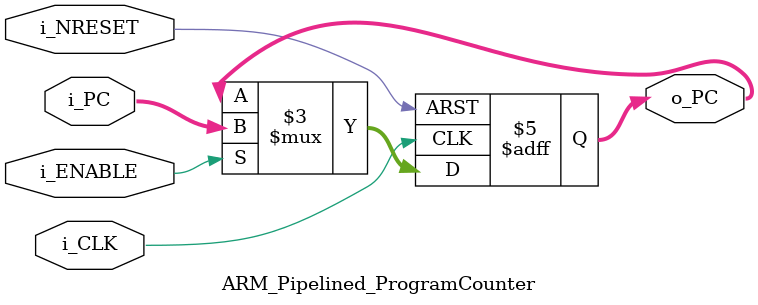
<source format=sv>
module ARM_Pipelined_ProgramCounter
	#(parameter	BusWidth	= 32)
	(input logic					i_CLK, i_NRESET,
	input logic						i_ENABLE,
	input logic[(BusWidth - 1):0]	i_PC,
	output logic[(BusWidth - 1):0]	o_PC);


	always_ff	@(posedge i_CLK, negedge i_NRESET)
	begin
		if (~i_NRESET)		o_PC <= 32'h00000000;
		else if (i_ENABLE)	o_PC <= i_PC;
	end

endmodule


</source>
